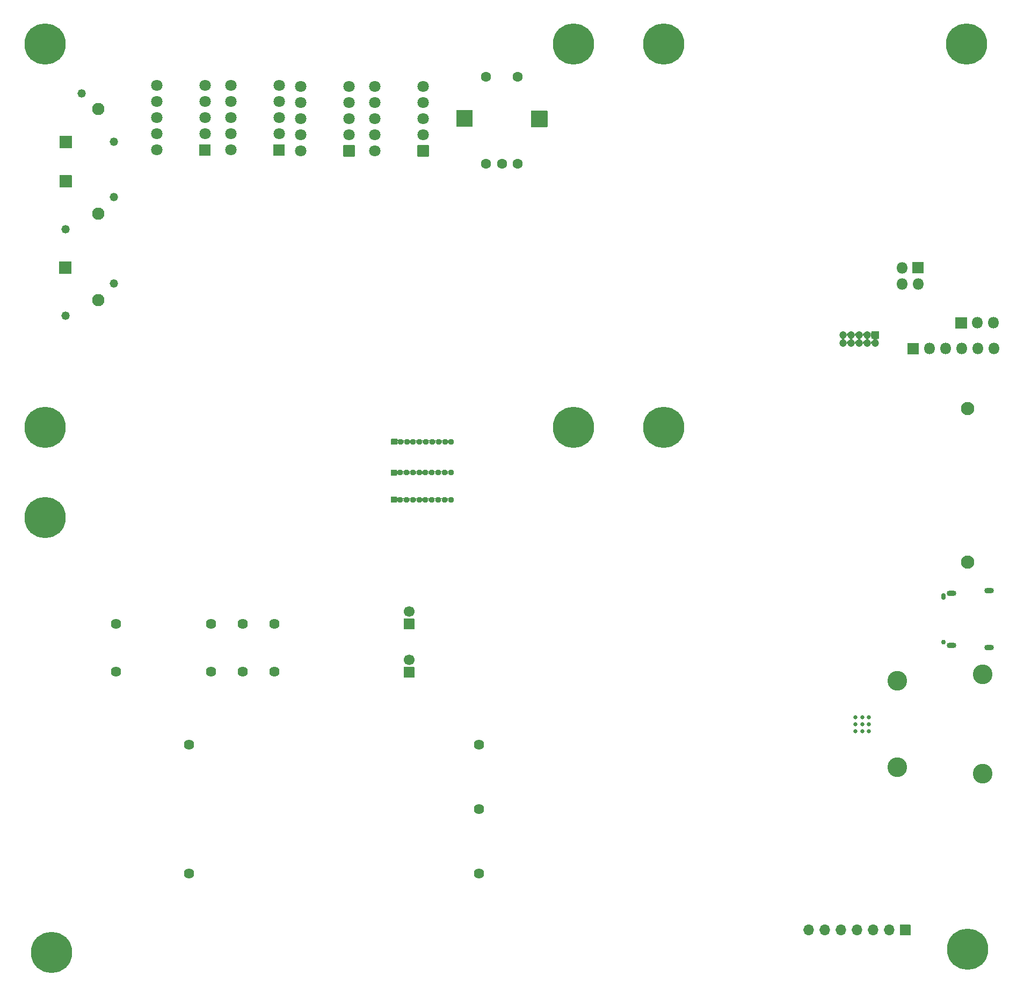
<source format=gbr>
%TF.GenerationSoftware,KiCad,Pcbnew,(5.1.7)-1*%
%TF.CreationDate,2020-10-22T13:49:28-07:00*%
%TF.ProjectId,ReflowOven,5265666c-6f77-44f7-9665-6e2e6b696361,rev?*%
%TF.SameCoordinates,Original*%
%TF.FileFunction,Soldermask,Bot*%
%TF.FilePolarity,Negative*%
%FSLAX46Y46*%
G04 Gerber Fmt 4.6, Leading zero omitted, Abs format (unit mm)*
G04 Created by KiCad (PCBNEW (5.1.7)-1) date 2020-10-22 13:49:28*
%MOMM*%
%LPD*%
G01*
G04 APERTURE LIST*
%ADD10C,1.950000*%
%ADD11C,1.320000*%
%ADD12C,1.200000*%
%ADD13C,3.100000*%
%ADD14C,1.800000*%
%ADD15C,1.624000*%
%ADD16O,1.800000X1.800000*%
%ADD17O,0.950000X0.950000*%
%ADD18C,2.100000*%
%ADD19C,0.900000*%
%ADD20C,6.500000*%
%ADD21C,0.641666*%
%ADD22C,1.598600*%
%ADD23O,1.700000X1.700000*%
%ADD24C,0.750000*%
%ADD25O,0.750000X1.050000*%
%ADD26O,1.500000X0.900000*%
%ADD27C,1.700000*%
%ADD28C,0.100000*%
G04 APERTURE END LIST*
%TO.C,SW403*%
G36*
G01*
X25602323Y-67909819D02*
X25602323Y-66059819D01*
G75*
G02*
X25652323Y-66009819I50000J0D01*
G01*
X27502323Y-66009819D01*
G75*
G02*
X27552323Y-66059819I0J-50000D01*
G01*
X27552323Y-67909819D01*
G75*
G02*
X27502323Y-67959819I-50000J0D01*
G01*
X25652323Y-67959819D01*
G75*
G02*
X25602323Y-67909819I0J50000D01*
G01*
G37*
D10*
X31737323Y-72064819D03*
D11*
X34197323Y-69444819D03*
X26577323Y-74524819D03*
%TD*%
%TO.C,SW402*%
G36*
G01*
X25655000Y-54305000D02*
X25655000Y-52455000D01*
G75*
G02*
X25705000Y-52405000I50000J0D01*
G01*
X27555000Y-52405000D01*
G75*
G02*
X27605000Y-52455000I0J-50000D01*
G01*
X27605000Y-54305000D01*
G75*
G02*
X27555000Y-54355000I-50000J0D01*
G01*
X25705000Y-54355000D01*
G75*
G02*
X25655000Y-54305000I0J50000D01*
G01*
G37*
D10*
X31790000Y-58460000D03*
D11*
X34250000Y-55840000D03*
X26630000Y-60920000D03*
%TD*%
%TO.C,SW401*%
G36*
G01*
X27582323Y-48136766D02*
X25732323Y-48136766D01*
G75*
G02*
X25682323Y-48086766I0J50000D01*
G01*
X25682323Y-46236766D01*
G75*
G02*
X25732323Y-46186766I50000J0D01*
G01*
X27582323Y-46186766D01*
G75*
G02*
X27632323Y-46236766I0J-50000D01*
G01*
X27632323Y-48086766D01*
G75*
G02*
X27582323Y-48136766I-50000J0D01*
G01*
G37*
D10*
X31737323Y-42001766D03*
D11*
X29117323Y-39541766D03*
X34197323Y-47161766D03*
%TD*%
%TO.C,J201*%
G36*
G01*
X154905000Y-77047000D02*
X154905000Y-78147000D01*
G75*
G02*
X154855000Y-78197000I-50000J0D01*
G01*
X153755000Y-78197000D01*
G75*
G02*
X153705000Y-78147000I0J50000D01*
G01*
X153705000Y-77047000D01*
G75*
G02*
X153755000Y-76997000I50000J0D01*
G01*
X154855000Y-76997000D01*
G75*
G02*
X154905000Y-77047000I0J-50000D01*
G01*
G37*
D12*
X154305000Y-78867000D03*
X153035000Y-77597000D03*
X153035000Y-78867000D03*
X151765000Y-77597000D03*
X151765000Y-78867000D03*
X150495000Y-77597000D03*
X150495000Y-78867000D03*
X149225000Y-77597000D03*
X149225000Y-78867000D03*
%TD*%
D13*
%TO.C,J601*%
X171234000Y-131096000D03*
X171234000Y-146796000D03*
X157734000Y-132096000D03*
X157734000Y-145796000D03*
%TD*%
D14*
%TO.C,SEG304*%
X75374000Y-40941000D03*
X75374000Y-38401000D03*
X82994000Y-40941000D03*
X82994000Y-43481000D03*
X75374000Y-46021000D03*
X82994000Y-38401000D03*
X82994000Y-46021000D03*
X75374000Y-43481000D03*
X75374000Y-48561000D03*
G36*
G01*
X83894000Y-47711000D02*
X83894000Y-49411000D01*
G75*
G02*
X83844000Y-49461000I-50000J0D01*
G01*
X82144000Y-49461000D01*
G75*
G02*
X82094000Y-49411000I0J50000D01*
G01*
X82094000Y-47711000D01*
G75*
G02*
X82144000Y-47661000I50000J0D01*
G01*
X83844000Y-47661000D01*
G75*
G02*
X83894000Y-47711000I0J-50000D01*
G01*
G37*
%TD*%
%TO.C,SEG302*%
X52641000Y-40814000D03*
X52641000Y-38274000D03*
X60261000Y-40814000D03*
X60261000Y-43354000D03*
X52641000Y-45894000D03*
X60261000Y-38274000D03*
X60261000Y-45894000D03*
X52641000Y-43354000D03*
X52641000Y-48434000D03*
G36*
G01*
X61161000Y-47584000D02*
X61161000Y-49284000D01*
G75*
G02*
X61111000Y-49334000I-50000J0D01*
G01*
X59411000Y-49334000D01*
G75*
G02*
X59361000Y-49284000I0J50000D01*
G01*
X59361000Y-47584000D01*
G75*
G02*
X59411000Y-47534000I50000J0D01*
G01*
X61111000Y-47534000D01*
G75*
G02*
X61161000Y-47584000I0J-50000D01*
G01*
G37*
%TD*%
%TO.C,SEG301*%
X63690000Y-40941000D03*
X63690000Y-38401000D03*
X71310000Y-40941000D03*
X71310000Y-43481000D03*
X63690000Y-46021000D03*
X71310000Y-38401000D03*
X71310000Y-46021000D03*
X63690000Y-43481000D03*
X63690000Y-48561000D03*
G36*
G01*
X72210000Y-47711000D02*
X72210000Y-49411000D01*
G75*
G02*
X72160000Y-49461000I-50000J0D01*
G01*
X70460000Y-49461000D01*
G75*
G02*
X70410000Y-49411000I0J50000D01*
G01*
X70410000Y-47711000D01*
G75*
G02*
X70460000Y-47661000I50000J0D01*
G01*
X72160000Y-47661000D01*
G75*
G02*
X72210000Y-47711000I0J-50000D01*
G01*
G37*
%TD*%
%TO.C,SEG303*%
X40957000Y-40814000D03*
X40957000Y-38274000D03*
X48577000Y-40814000D03*
X48577000Y-43354000D03*
X40957000Y-45894000D03*
X48577000Y-38274000D03*
X48577000Y-45894000D03*
X40957000Y-43354000D03*
X40957000Y-48434000D03*
G36*
G01*
X49477000Y-47584000D02*
X49477000Y-49284000D01*
G75*
G02*
X49427000Y-49334000I-50000J0D01*
G01*
X47727000Y-49334000D01*
G75*
G02*
X47677000Y-49284000I0J50000D01*
G01*
X47677000Y-47584000D01*
G75*
G02*
X47727000Y-47534000I50000J0D01*
G01*
X49427000Y-47534000D01*
G75*
G02*
X49477000Y-47584000I0J-50000D01*
G01*
G37*
%TD*%
D15*
%TO.C,K501*%
X59544000Y-130690000D03*
X59544000Y-123190000D03*
X54544000Y-130690000D03*
X54544000Y-123190000D03*
X49544000Y-123190000D03*
X49544000Y-130690000D03*
X34544000Y-130690000D03*
X34544000Y-123190000D03*
%TD*%
%TO.C,P501*%
X91821000Y-142240000D03*
X91821000Y-152400000D03*
X91821000Y-162560000D03*
X46101000Y-162560000D03*
X46101000Y-142240000D03*
%TD*%
D16*
%TO.C,J703*%
X172974000Y-79756000D03*
X170434000Y-79756000D03*
X167894000Y-79756000D03*
X165354000Y-79756000D03*
X162814000Y-79756000D03*
G36*
G01*
X161124000Y-80656000D02*
X159424000Y-80656000D01*
G75*
G02*
X159374000Y-80606000I0J50000D01*
G01*
X159374000Y-78906000D01*
G75*
G02*
X159424000Y-78856000I50000J0D01*
G01*
X161124000Y-78856000D01*
G75*
G02*
X161174000Y-78906000I0J-50000D01*
G01*
X161174000Y-80606000D01*
G75*
G02*
X161124000Y-80656000I-50000J0D01*
G01*
G37*
%TD*%
%TO.C,J701*%
X172910500Y-75692000D03*
X170370500Y-75692000D03*
G36*
G01*
X168680500Y-76592000D02*
X166980500Y-76592000D01*
G75*
G02*
X166930500Y-76542000I0J50000D01*
G01*
X166930500Y-74842000D01*
G75*
G02*
X166980500Y-74792000I50000J0D01*
G01*
X168680500Y-74792000D01*
G75*
G02*
X168730500Y-74842000I0J-50000D01*
G01*
X168730500Y-76542000D01*
G75*
G02*
X168680500Y-76592000I-50000J0D01*
G01*
G37*
%TD*%
%TO.C,J702*%
X158496000Y-69532500D03*
X158496000Y-66992500D03*
X161036000Y-69532500D03*
G36*
G01*
X160186000Y-66092500D02*
X161886000Y-66092500D01*
G75*
G02*
X161936000Y-66142500I0J-50000D01*
G01*
X161936000Y-67842500D01*
G75*
G02*
X161886000Y-67892500I-50000J0D01*
G01*
X160186000Y-67892500D01*
G75*
G02*
X160136000Y-67842500I0J50000D01*
G01*
X160136000Y-66142500D01*
G75*
G02*
X160186000Y-66092500I50000J0D01*
G01*
G37*
%TD*%
D17*
%TO.C,REF\u002A\u002A*%
X87359000Y-103568500D03*
X86359000Y-103568500D03*
X85359000Y-103568500D03*
X84359000Y-103568500D03*
X83359000Y-103568500D03*
X82359000Y-103568500D03*
X81359000Y-103568500D03*
X80359000Y-103568500D03*
X79359000Y-103568500D03*
G36*
G01*
X78784000Y-104043500D02*
X77934000Y-104043500D01*
G75*
G02*
X77884000Y-103993500I0J50000D01*
G01*
X77884000Y-103143500D01*
G75*
G02*
X77934000Y-103093500I50000J0D01*
G01*
X78784000Y-103093500D01*
G75*
G02*
X78834000Y-103143500I0J-50000D01*
G01*
X78834000Y-103993500D01*
G75*
G02*
X78784000Y-104043500I-50000J0D01*
G01*
G37*
%TD*%
%TO.C,REF\u002A\u002A*%
X87422500Y-94424500D03*
X86422500Y-94424500D03*
X85422500Y-94424500D03*
X84422500Y-94424500D03*
X83422500Y-94424500D03*
X82422500Y-94424500D03*
X81422500Y-94424500D03*
X80422500Y-94424500D03*
X79422500Y-94424500D03*
G36*
G01*
X78847500Y-94899500D02*
X77997500Y-94899500D01*
G75*
G02*
X77947500Y-94849500I0J50000D01*
G01*
X77947500Y-93999500D01*
G75*
G02*
X77997500Y-93949500I50000J0D01*
G01*
X78847500Y-93949500D01*
G75*
G02*
X78897500Y-93999500I0J-50000D01*
G01*
X78897500Y-94849500D01*
G75*
G02*
X78847500Y-94899500I-50000J0D01*
G01*
G37*
%TD*%
%TO.C,REF\u002A\u002A*%
X87359000Y-99314000D03*
X86359000Y-99314000D03*
X85359000Y-99314000D03*
X84359000Y-99314000D03*
X83359000Y-99314000D03*
X82359000Y-99314000D03*
X81359000Y-99314000D03*
X80359000Y-99314000D03*
X79359000Y-99314000D03*
G36*
G01*
X78784000Y-99789000D02*
X77934000Y-99789000D01*
G75*
G02*
X77884000Y-99739000I0J50000D01*
G01*
X77884000Y-98889000D01*
G75*
G02*
X77934000Y-98839000I50000J0D01*
G01*
X78784000Y-98839000D01*
G75*
G02*
X78834000Y-98889000I0J-50000D01*
G01*
X78834000Y-99739000D01*
G75*
G02*
X78784000Y-99789000I-50000J0D01*
G01*
G37*
%TD*%
D18*
%TO.C,U409*%
X168826000Y-113423000D03*
X168826000Y-89223000D03*
%TD*%
D19*
%TO.C,REF\u002A\u002A*%
X122601056Y-90504944D03*
X120904000Y-89802000D03*
X119206944Y-90504944D03*
X118504000Y-92202000D03*
X119206944Y-93899056D03*
X120904000Y-94602000D03*
X122601056Y-93899056D03*
X123304000Y-92202000D03*
D20*
X120904000Y-92202000D03*
%TD*%
D19*
%TO.C,REF\u002A\u002A*%
X25065056Y-104728944D03*
X23368000Y-104026000D03*
X21670944Y-104728944D03*
X20968000Y-106426000D03*
X21670944Y-108123056D03*
X23368000Y-108826000D03*
X25065056Y-108123056D03*
X25768000Y-106426000D03*
D20*
X23368000Y-106426000D03*
%TD*%
D19*
%TO.C,REF\u002A\u002A*%
X26081056Y-173308944D03*
X24384000Y-172606000D03*
X22686944Y-173308944D03*
X21984000Y-175006000D03*
X22686944Y-176703056D03*
X24384000Y-177406000D03*
X26081056Y-176703056D03*
X26784000Y-175006000D03*
D20*
X24384000Y-175006000D03*
%TD*%
D19*
%TO.C,REF\u002A\u002A*%
X170526112Y-172800944D03*
X168829056Y-172098000D03*
X167132000Y-172800944D03*
X166429056Y-174498000D03*
X167132000Y-176195056D03*
X168829056Y-176898000D03*
X170526112Y-176195056D03*
X171229056Y-174498000D03*
D20*
X168829056Y-174498000D03*
%TD*%
D19*
%TO.C,REF\u002A\u002A*%
X170353056Y-30052944D03*
X168656000Y-29350000D03*
X166958944Y-30052944D03*
X166256000Y-31750000D03*
X166958944Y-33447056D03*
X168656000Y-34150000D03*
X170353056Y-33447056D03*
X171056000Y-31750000D03*
D20*
X168656000Y-31750000D03*
%TD*%
D19*
%TO.C,REF\u002A\u002A*%
X122601056Y-30052944D03*
X120904000Y-29350000D03*
X119206944Y-30052944D03*
X118504000Y-31750000D03*
X119206944Y-33447056D03*
X120904000Y-34150000D03*
X122601056Y-33447056D03*
X123304000Y-31750000D03*
D20*
X120904000Y-31750000D03*
%TD*%
D19*
%TO.C,REF\u002A\u002A*%
X25065056Y-90504944D03*
X23368000Y-89802000D03*
X21670944Y-90504944D03*
X20968000Y-92202000D03*
X21670944Y-93899056D03*
X23368000Y-94602000D03*
X25065056Y-93899056D03*
X25768000Y-92202000D03*
D20*
X23368000Y-92202000D03*
%TD*%
D19*
%TO.C,REF\u002A\u002A*%
X104982944Y-90504944D03*
X104280000Y-92202000D03*
X104982944Y-93899056D03*
X106680000Y-94602000D03*
X108377056Y-93899056D03*
X109080000Y-92202000D03*
X108377056Y-90504944D03*
X106680000Y-89802000D03*
D20*
X106680000Y-92202000D03*
%TD*%
D19*
%TO.C,REF\u002A\u002A*%
X108377056Y-30052944D03*
X106680000Y-29350000D03*
X104982944Y-30052944D03*
X104280000Y-31750000D03*
X104982944Y-33447056D03*
X106680000Y-34150000D03*
X108377056Y-33447056D03*
X109080000Y-31750000D03*
D20*
X106680000Y-31750000D03*
%TD*%
D19*
%TO.C,REF\u002A\u002A*%
X25065056Y-30052944D03*
X23368000Y-29350000D03*
X21670944Y-30052944D03*
X20968000Y-31750000D03*
X21670944Y-33447056D03*
X23368000Y-34150000D03*
X25065056Y-33447056D03*
X25768000Y-31750000D03*
D20*
X23368000Y-31750000D03*
%TD*%
D21*
%TO.C,U601*%
X151130000Y-137922000D03*
X151130000Y-139005333D03*
X151130000Y-140088666D03*
X152213333Y-137922000D03*
X152213333Y-139005333D03*
X152213333Y-140088666D03*
X153296666Y-137922000D03*
X153296666Y-139005333D03*
X153296666Y-140088666D03*
%TD*%
%TO.C,SW404*%
G36*
G01*
X88198892Y-44677304D02*
X88198892Y-42177304D01*
G75*
G02*
X88248892Y-42127304I50000J0D01*
G01*
X90748892Y-42127304D01*
G75*
G02*
X90798892Y-42177304I0J-50000D01*
G01*
X90798892Y-44677304D01*
G75*
G02*
X90748892Y-44727304I-50000J0D01*
G01*
X88248892Y-44727304D01*
G75*
G02*
X88198892Y-44677304I0J50000D01*
G01*
G37*
D22*
X92898892Y-36865304D03*
X97898892Y-36865304D03*
X92898892Y-50615304D03*
X95398892Y-50615304D03*
X97898892Y-50615304D03*
G36*
G01*
X99998892Y-44777304D02*
X99998892Y-42277304D01*
G75*
G02*
X100048892Y-42227304I50000J0D01*
G01*
X102548892Y-42227304D01*
G75*
G02*
X102598892Y-42277304I0J-50000D01*
G01*
X102598892Y-44777304D01*
G75*
G02*
X102548892Y-44827304I-50000J0D01*
G01*
X100048892Y-44827304D01*
G75*
G02*
X99998892Y-44777304I0J50000D01*
G01*
G37*
%TD*%
D23*
%TO.C,RN201*%
X143764000Y-171450000D03*
X146304000Y-171450000D03*
X148844000Y-171450000D03*
X151384000Y-171450000D03*
X153924000Y-171450000D03*
X156464000Y-171450000D03*
G36*
G01*
X159854000Y-170650000D02*
X159854000Y-172250000D01*
G75*
G02*
X159804000Y-172300000I-50000J0D01*
G01*
X158204000Y-172300000D01*
G75*
G02*
X158154000Y-172250000I0J50000D01*
G01*
X158154000Y-170650000D01*
G75*
G02*
X158204000Y-170600000I50000J0D01*
G01*
X159804000Y-170600000D01*
G75*
G02*
X159854000Y-170650000I0J-50000D01*
G01*
G37*
%TD*%
D24*
%TO.C,J704*%
X165058000Y-126028000D03*
D25*
X165058000Y-118828000D03*
D26*
X172258000Y-126918000D03*
X172258000Y-117938000D03*
X166308000Y-118298000D03*
X166308000Y-126558000D03*
%TD*%
D27*
%TO.C,C518*%
X80772000Y-128810000D03*
G36*
G01*
X81572000Y-131660000D02*
X79972000Y-131660000D01*
G75*
G02*
X79922000Y-131610000I0J50000D01*
G01*
X79922000Y-130010000D01*
G75*
G02*
X79972000Y-129960000I50000J0D01*
G01*
X81572000Y-129960000D01*
G75*
G02*
X81622000Y-130010000I0J-50000D01*
G01*
X81622000Y-131610000D01*
G75*
G02*
X81572000Y-131660000I-50000J0D01*
G01*
G37*
%TD*%
%TO.C,C517*%
X80772000Y-121190000D03*
G36*
G01*
X81572000Y-124040000D02*
X79972000Y-124040000D01*
G75*
G02*
X79922000Y-123990000I0J50000D01*
G01*
X79922000Y-122390000D01*
G75*
G02*
X79972000Y-122340000I50000J0D01*
G01*
X81572000Y-122340000D01*
G75*
G02*
X81622000Y-122390000I0J-50000D01*
G01*
X81622000Y-123990000D01*
G75*
G02*
X81572000Y-124040000I-50000J0D01*
G01*
G37*
%TD*%
D28*
G36*
X78835990Y-103184049D02*
G01*
X78837891Y-103203359D01*
X78843469Y-103221744D01*
X78852524Y-103238685D01*
X78864710Y-103253534D01*
X78879559Y-103265720D01*
X78896500Y-103274775D01*
X78914885Y-103280353D01*
X78933999Y-103282235D01*
X78953113Y-103280353D01*
X78971498Y-103274775D01*
X78988439Y-103265720D01*
X78999643Y-103256525D01*
X79001617Y-103256199D01*
X79002885Y-103257745D01*
X79002326Y-103259485D01*
X78993374Y-103268437D01*
X78941860Y-103345534D01*
X78906377Y-103431197D01*
X78888287Y-103522141D01*
X78888287Y-103614859D01*
X78906377Y-103705803D01*
X78941860Y-103791466D01*
X78993374Y-103868563D01*
X79002326Y-103877515D01*
X79002844Y-103879447D01*
X79001430Y-103880861D01*
X78999643Y-103880475D01*
X78988439Y-103871280D01*
X78971498Y-103862225D01*
X78953113Y-103856647D01*
X78933999Y-103854765D01*
X78914885Y-103856647D01*
X78896500Y-103862225D01*
X78879559Y-103871280D01*
X78864710Y-103883466D01*
X78852524Y-103898315D01*
X78843469Y-103915256D01*
X78837891Y-103933641D01*
X78835990Y-103952951D01*
X78834825Y-103954577D01*
X78832835Y-103954381D01*
X78832000Y-103952755D01*
X78832000Y-103184245D01*
X78833000Y-103182513D01*
X78835000Y-103182513D01*
X78835990Y-103184049D01*
G37*
G36*
X84779705Y-103343911D02*
G01*
X84789711Y-103356104D01*
X84804560Y-103368290D01*
X84821501Y-103377345D01*
X84839886Y-103382923D01*
X84859000Y-103384805D01*
X84878114Y-103382922D01*
X84896499Y-103377345D01*
X84913441Y-103368290D01*
X84928289Y-103356104D01*
X84938295Y-103343911D01*
X84940167Y-103343207D01*
X84941713Y-103344475D01*
X84941689Y-103345945D01*
X84906377Y-103431197D01*
X84888287Y-103522141D01*
X84888287Y-103614859D01*
X84906377Y-103705803D01*
X84941689Y-103791055D01*
X84941428Y-103793038D01*
X84939580Y-103793803D01*
X84938295Y-103793089D01*
X84928289Y-103780896D01*
X84913440Y-103768710D01*
X84896499Y-103759655D01*
X84878114Y-103754077D01*
X84859000Y-103752195D01*
X84839886Y-103754078D01*
X84821501Y-103759655D01*
X84804559Y-103768710D01*
X84789711Y-103780896D01*
X84779705Y-103793089D01*
X84777833Y-103793793D01*
X84776287Y-103792525D01*
X84776311Y-103791055D01*
X84811623Y-103705803D01*
X84829713Y-103614859D01*
X84829713Y-103522141D01*
X84811623Y-103431197D01*
X84776311Y-103345945D01*
X84776572Y-103343962D01*
X84778420Y-103343197D01*
X84779705Y-103343911D01*
G37*
G36*
X81779705Y-103343911D02*
G01*
X81789711Y-103356104D01*
X81804560Y-103368290D01*
X81821501Y-103377345D01*
X81839886Y-103382923D01*
X81859000Y-103384805D01*
X81878114Y-103382922D01*
X81896499Y-103377345D01*
X81913441Y-103368290D01*
X81928289Y-103356104D01*
X81938295Y-103343911D01*
X81940167Y-103343207D01*
X81941713Y-103344475D01*
X81941689Y-103345945D01*
X81906377Y-103431197D01*
X81888287Y-103522141D01*
X81888287Y-103614859D01*
X81906377Y-103705803D01*
X81941689Y-103791055D01*
X81941428Y-103793038D01*
X81939580Y-103793803D01*
X81938295Y-103793089D01*
X81928289Y-103780896D01*
X81913440Y-103768710D01*
X81896499Y-103759655D01*
X81878114Y-103754077D01*
X81859000Y-103752195D01*
X81839886Y-103754078D01*
X81821501Y-103759655D01*
X81804559Y-103768710D01*
X81789711Y-103780896D01*
X81779705Y-103793089D01*
X81777833Y-103793793D01*
X81776287Y-103792525D01*
X81776311Y-103791055D01*
X81811623Y-103705803D01*
X81829713Y-103614859D01*
X81829713Y-103522141D01*
X81811623Y-103431197D01*
X81776311Y-103345945D01*
X81776572Y-103343962D01*
X81778420Y-103343197D01*
X81779705Y-103343911D01*
G37*
G36*
X83779705Y-103343911D02*
G01*
X83789711Y-103356104D01*
X83804560Y-103368290D01*
X83821501Y-103377345D01*
X83839886Y-103382923D01*
X83859000Y-103384805D01*
X83878114Y-103382922D01*
X83896499Y-103377345D01*
X83913441Y-103368290D01*
X83928289Y-103356104D01*
X83938295Y-103343911D01*
X83940167Y-103343207D01*
X83941713Y-103344475D01*
X83941689Y-103345945D01*
X83906377Y-103431197D01*
X83888287Y-103522141D01*
X83888287Y-103614859D01*
X83906377Y-103705803D01*
X83941689Y-103791055D01*
X83941428Y-103793038D01*
X83939580Y-103793803D01*
X83938295Y-103793089D01*
X83928289Y-103780896D01*
X83913440Y-103768710D01*
X83896499Y-103759655D01*
X83878114Y-103754077D01*
X83859000Y-103752195D01*
X83839886Y-103754078D01*
X83821501Y-103759655D01*
X83804559Y-103768710D01*
X83789711Y-103780896D01*
X83779705Y-103793089D01*
X83777833Y-103793793D01*
X83776287Y-103792525D01*
X83776311Y-103791055D01*
X83811623Y-103705803D01*
X83829713Y-103614859D01*
X83829713Y-103522141D01*
X83811623Y-103431197D01*
X83776311Y-103345945D01*
X83776572Y-103343962D01*
X83778420Y-103343197D01*
X83779705Y-103343911D01*
G37*
G36*
X86779705Y-103343911D02*
G01*
X86789711Y-103356104D01*
X86804560Y-103368290D01*
X86821501Y-103377345D01*
X86839886Y-103382923D01*
X86859000Y-103384805D01*
X86878114Y-103382922D01*
X86896499Y-103377345D01*
X86913441Y-103368290D01*
X86928289Y-103356104D01*
X86938295Y-103343911D01*
X86940167Y-103343207D01*
X86941713Y-103344475D01*
X86941689Y-103345945D01*
X86906377Y-103431197D01*
X86888287Y-103522141D01*
X86888287Y-103614859D01*
X86906377Y-103705803D01*
X86941689Y-103791055D01*
X86941428Y-103793038D01*
X86939580Y-103793803D01*
X86938295Y-103793089D01*
X86928289Y-103780896D01*
X86913440Y-103768710D01*
X86896499Y-103759655D01*
X86878114Y-103754077D01*
X86859000Y-103752195D01*
X86839886Y-103754078D01*
X86821501Y-103759655D01*
X86804559Y-103768710D01*
X86789711Y-103780896D01*
X86779705Y-103793089D01*
X86777833Y-103793793D01*
X86776287Y-103792525D01*
X86776311Y-103791055D01*
X86811623Y-103705803D01*
X86829713Y-103614859D01*
X86829713Y-103522141D01*
X86811623Y-103431197D01*
X86776311Y-103345945D01*
X86776572Y-103343962D01*
X86778420Y-103343197D01*
X86779705Y-103343911D01*
G37*
G36*
X82779705Y-103343911D02*
G01*
X82789711Y-103356104D01*
X82804560Y-103368290D01*
X82821501Y-103377345D01*
X82839886Y-103382923D01*
X82859000Y-103384805D01*
X82878114Y-103382922D01*
X82896499Y-103377345D01*
X82913441Y-103368290D01*
X82928289Y-103356104D01*
X82938295Y-103343911D01*
X82940167Y-103343207D01*
X82941713Y-103344475D01*
X82941689Y-103345945D01*
X82906377Y-103431197D01*
X82888287Y-103522141D01*
X82888287Y-103614859D01*
X82906377Y-103705803D01*
X82941689Y-103791055D01*
X82941428Y-103793038D01*
X82939580Y-103793803D01*
X82938295Y-103793089D01*
X82928289Y-103780896D01*
X82913440Y-103768710D01*
X82896499Y-103759655D01*
X82878114Y-103754077D01*
X82859000Y-103752195D01*
X82839886Y-103754078D01*
X82821501Y-103759655D01*
X82804559Y-103768710D01*
X82789711Y-103780896D01*
X82779705Y-103793089D01*
X82777833Y-103793793D01*
X82776287Y-103792525D01*
X82776311Y-103791055D01*
X82811623Y-103705803D01*
X82829713Y-103614859D01*
X82829713Y-103522141D01*
X82811623Y-103431197D01*
X82776311Y-103345945D01*
X82776572Y-103343962D01*
X82778420Y-103343197D01*
X82779705Y-103343911D01*
G37*
G36*
X79779705Y-103343911D02*
G01*
X79789711Y-103356104D01*
X79804560Y-103368290D01*
X79821501Y-103377345D01*
X79839886Y-103382923D01*
X79859000Y-103384805D01*
X79878114Y-103382922D01*
X79896499Y-103377345D01*
X79913441Y-103368290D01*
X79928289Y-103356104D01*
X79938295Y-103343911D01*
X79940167Y-103343207D01*
X79941713Y-103344475D01*
X79941689Y-103345945D01*
X79906377Y-103431197D01*
X79888287Y-103522141D01*
X79888287Y-103614859D01*
X79906377Y-103705803D01*
X79941689Y-103791055D01*
X79941428Y-103793038D01*
X79939580Y-103793803D01*
X79938295Y-103793089D01*
X79928289Y-103780896D01*
X79913440Y-103768710D01*
X79896499Y-103759655D01*
X79878114Y-103754077D01*
X79859000Y-103752195D01*
X79839886Y-103754078D01*
X79821501Y-103759655D01*
X79804559Y-103768710D01*
X79789711Y-103780896D01*
X79779705Y-103793089D01*
X79777833Y-103793793D01*
X79776287Y-103792525D01*
X79776311Y-103791055D01*
X79811623Y-103705803D01*
X79829713Y-103614859D01*
X79829713Y-103522141D01*
X79811623Y-103431197D01*
X79776311Y-103345945D01*
X79776572Y-103343962D01*
X79778420Y-103343197D01*
X79779705Y-103343911D01*
G37*
G36*
X85779705Y-103343911D02*
G01*
X85789711Y-103356104D01*
X85804560Y-103368290D01*
X85821501Y-103377345D01*
X85839886Y-103382923D01*
X85859000Y-103384805D01*
X85878114Y-103382922D01*
X85896499Y-103377345D01*
X85913441Y-103368290D01*
X85928289Y-103356104D01*
X85938295Y-103343911D01*
X85940167Y-103343207D01*
X85941713Y-103344475D01*
X85941689Y-103345945D01*
X85906377Y-103431197D01*
X85888287Y-103522141D01*
X85888287Y-103614859D01*
X85906377Y-103705803D01*
X85941689Y-103791055D01*
X85941428Y-103793038D01*
X85939580Y-103793803D01*
X85938295Y-103793089D01*
X85928289Y-103780896D01*
X85913440Y-103768710D01*
X85896499Y-103759655D01*
X85878114Y-103754077D01*
X85859000Y-103752195D01*
X85839886Y-103754078D01*
X85821501Y-103759655D01*
X85804559Y-103768710D01*
X85789711Y-103780896D01*
X85779705Y-103793089D01*
X85777833Y-103793793D01*
X85776287Y-103792525D01*
X85776311Y-103791055D01*
X85811623Y-103705803D01*
X85829713Y-103614859D01*
X85829713Y-103522141D01*
X85811623Y-103431197D01*
X85776311Y-103345945D01*
X85776572Y-103343962D01*
X85778420Y-103343197D01*
X85779705Y-103343911D01*
G37*
G36*
X80779705Y-103343911D02*
G01*
X80789711Y-103356104D01*
X80804560Y-103368290D01*
X80821501Y-103377345D01*
X80839886Y-103382923D01*
X80859000Y-103384805D01*
X80878114Y-103382922D01*
X80896499Y-103377345D01*
X80913441Y-103368290D01*
X80928289Y-103356104D01*
X80938295Y-103343911D01*
X80940167Y-103343207D01*
X80941713Y-103344475D01*
X80941689Y-103345945D01*
X80906377Y-103431197D01*
X80888287Y-103522141D01*
X80888287Y-103614859D01*
X80906377Y-103705803D01*
X80941689Y-103791055D01*
X80941428Y-103793038D01*
X80939580Y-103793803D01*
X80938295Y-103793089D01*
X80928289Y-103780896D01*
X80913440Y-103768710D01*
X80896499Y-103759655D01*
X80878114Y-103754077D01*
X80859000Y-103752195D01*
X80839886Y-103754078D01*
X80821501Y-103759655D01*
X80804559Y-103768710D01*
X80789711Y-103780896D01*
X80779705Y-103793089D01*
X80777833Y-103793793D01*
X80776287Y-103792525D01*
X80776311Y-103791055D01*
X80811623Y-103705803D01*
X80829713Y-103614859D01*
X80829713Y-103522141D01*
X80811623Y-103431197D01*
X80776311Y-103345945D01*
X80776572Y-103343962D01*
X80778420Y-103343197D01*
X80779705Y-103343911D01*
G37*
G36*
X78835990Y-98929549D02*
G01*
X78837891Y-98948859D01*
X78843469Y-98967244D01*
X78852524Y-98984185D01*
X78864710Y-98999034D01*
X78879559Y-99011220D01*
X78896500Y-99020275D01*
X78914885Y-99025853D01*
X78933999Y-99027735D01*
X78953113Y-99025853D01*
X78971498Y-99020275D01*
X78988439Y-99011220D01*
X78999643Y-99002025D01*
X79001617Y-99001699D01*
X79002885Y-99003245D01*
X79002326Y-99004985D01*
X78993374Y-99013937D01*
X78941860Y-99091034D01*
X78906377Y-99176697D01*
X78888287Y-99267641D01*
X78888287Y-99360359D01*
X78906377Y-99451303D01*
X78941860Y-99536966D01*
X78993374Y-99614063D01*
X79002326Y-99623015D01*
X79002844Y-99624947D01*
X79001430Y-99626361D01*
X78999643Y-99625975D01*
X78988439Y-99616780D01*
X78971498Y-99607725D01*
X78953113Y-99602147D01*
X78933999Y-99600265D01*
X78914885Y-99602147D01*
X78896500Y-99607725D01*
X78879559Y-99616780D01*
X78864710Y-99628966D01*
X78852524Y-99643815D01*
X78843469Y-99660756D01*
X78837891Y-99679141D01*
X78835990Y-99698451D01*
X78834825Y-99700077D01*
X78832835Y-99699881D01*
X78832000Y-99698255D01*
X78832000Y-98929745D01*
X78833000Y-98928013D01*
X78835000Y-98928013D01*
X78835990Y-98929549D01*
G37*
G36*
X80779705Y-99089411D02*
G01*
X80789711Y-99101604D01*
X80804560Y-99113790D01*
X80821501Y-99122845D01*
X80839886Y-99128423D01*
X80859000Y-99130305D01*
X80878114Y-99128422D01*
X80896499Y-99122845D01*
X80913441Y-99113790D01*
X80928289Y-99101604D01*
X80938295Y-99089411D01*
X80940167Y-99088707D01*
X80941713Y-99089975D01*
X80941689Y-99091445D01*
X80906377Y-99176697D01*
X80888287Y-99267641D01*
X80888287Y-99360359D01*
X80906377Y-99451303D01*
X80941689Y-99536555D01*
X80941428Y-99538538D01*
X80939580Y-99539303D01*
X80938295Y-99538589D01*
X80928289Y-99526396D01*
X80913440Y-99514210D01*
X80896499Y-99505155D01*
X80878114Y-99499577D01*
X80859000Y-99497695D01*
X80839886Y-99499578D01*
X80821501Y-99505155D01*
X80804559Y-99514210D01*
X80789711Y-99526396D01*
X80779705Y-99538589D01*
X80777833Y-99539293D01*
X80776287Y-99538025D01*
X80776311Y-99536555D01*
X80811623Y-99451303D01*
X80829713Y-99360359D01*
X80829713Y-99267641D01*
X80811623Y-99176697D01*
X80776311Y-99091445D01*
X80776572Y-99089462D01*
X80778420Y-99088697D01*
X80779705Y-99089411D01*
G37*
G36*
X79779705Y-99089411D02*
G01*
X79789711Y-99101604D01*
X79804560Y-99113790D01*
X79821501Y-99122845D01*
X79839886Y-99128423D01*
X79859000Y-99130305D01*
X79878114Y-99128422D01*
X79896499Y-99122845D01*
X79913441Y-99113790D01*
X79928289Y-99101604D01*
X79938295Y-99089411D01*
X79940167Y-99088707D01*
X79941713Y-99089975D01*
X79941689Y-99091445D01*
X79906377Y-99176697D01*
X79888287Y-99267641D01*
X79888287Y-99360359D01*
X79906377Y-99451303D01*
X79941689Y-99536555D01*
X79941428Y-99538538D01*
X79939580Y-99539303D01*
X79938295Y-99538589D01*
X79928289Y-99526396D01*
X79913440Y-99514210D01*
X79896499Y-99505155D01*
X79878114Y-99499577D01*
X79859000Y-99497695D01*
X79839886Y-99499578D01*
X79821501Y-99505155D01*
X79804559Y-99514210D01*
X79789711Y-99526396D01*
X79779705Y-99538589D01*
X79777833Y-99539293D01*
X79776287Y-99538025D01*
X79776311Y-99536555D01*
X79811623Y-99451303D01*
X79829713Y-99360359D01*
X79829713Y-99267641D01*
X79811623Y-99176697D01*
X79776311Y-99091445D01*
X79776572Y-99089462D01*
X79778420Y-99088697D01*
X79779705Y-99089411D01*
G37*
G36*
X86779705Y-99089411D02*
G01*
X86789711Y-99101604D01*
X86804560Y-99113790D01*
X86821501Y-99122845D01*
X86839886Y-99128423D01*
X86859000Y-99130305D01*
X86878114Y-99128422D01*
X86896499Y-99122845D01*
X86913441Y-99113790D01*
X86928289Y-99101604D01*
X86938295Y-99089411D01*
X86940167Y-99088707D01*
X86941713Y-99089975D01*
X86941689Y-99091445D01*
X86906377Y-99176697D01*
X86888287Y-99267641D01*
X86888287Y-99360359D01*
X86906377Y-99451303D01*
X86941689Y-99536555D01*
X86941428Y-99538538D01*
X86939580Y-99539303D01*
X86938295Y-99538589D01*
X86928289Y-99526396D01*
X86913440Y-99514210D01*
X86896499Y-99505155D01*
X86878114Y-99499577D01*
X86859000Y-99497695D01*
X86839886Y-99499578D01*
X86821501Y-99505155D01*
X86804559Y-99514210D01*
X86789711Y-99526396D01*
X86779705Y-99538589D01*
X86777833Y-99539293D01*
X86776287Y-99538025D01*
X86776311Y-99536555D01*
X86811623Y-99451303D01*
X86829713Y-99360359D01*
X86829713Y-99267641D01*
X86811623Y-99176697D01*
X86776311Y-99091445D01*
X86776572Y-99089462D01*
X86778420Y-99088697D01*
X86779705Y-99089411D01*
G37*
G36*
X85779705Y-99089411D02*
G01*
X85789711Y-99101604D01*
X85804560Y-99113790D01*
X85821501Y-99122845D01*
X85839886Y-99128423D01*
X85859000Y-99130305D01*
X85878114Y-99128422D01*
X85896499Y-99122845D01*
X85913441Y-99113790D01*
X85928289Y-99101604D01*
X85938295Y-99089411D01*
X85940167Y-99088707D01*
X85941713Y-99089975D01*
X85941689Y-99091445D01*
X85906377Y-99176697D01*
X85888287Y-99267641D01*
X85888287Y-99360359D01*
X85906377Y-99451303D01*
X85941689Y-99536555D01*
X85941428Y-99538538D01*
X85939580Y-99539303D01*
X85938295Y-99538589D01*
X85928289Y-99526396D01*
X85913440Y-99514210D01*
X85896499Y-99505155D01*
X85878114Y-99499577D01*
X85859000Y-99497695D01*
X85839886Y-99499578D01*
X85821501Y-99505155D01*
X85804559Y-99514210D01*
X85789711Y-99526396D01*
X85779705Y-99538589D01*
X85777833Y-99539293D01*
X85776287Y-99538025D01*
X85776311Y-99536555D01*
X85811623Y-99451303D01*
X85829713Y-99360359D01*
X85829713Y-99267641D01*
X85811623Y-99176697D01*
X85776311Y-99091445D01*
X85776572Y-99089462D01*
X85778420Y-99088697D01*
X85779705Y-99089411D01*
G37*
G36*
X84779705Y-99089411D02*
G01*
X84789711Y-99101604D01*
X84804560Y-99113790D01*
X84821501Y-99122845D01*
X84839886Y-99128423D01*
X84859000Y-99130305D01*
X84878114Y-99128422D01*
X84896499Y-99122845D01*
X84913441Y-99113790D01*
X84928289Y-99101604D01*
X84938295Y-99089411D01*
X84940167Y-99088707D01*
X84941713Y-99089975D01*
X84941689Y-99091445D01*
X84906377Y-99176697D01*
X84888287Y-99267641D01*
X84888287Y-99360359D01*
X84906377Y-99451303D01*
X84941689Y-99536555D01*
X84941428Y-99538538D01*
X84939580Y-99539303D01*
X84938295Y-99538589D01*
X84928289Y-99526396D01*
X84913440Y-99514210D01*
X84896499Y-99505155D01*
X84878114Y-99499577D01*
X84859000Y-99497695D01*
X84839886Y-99499578D01*
X84821501Y-99505155D01*
X84804559Y-99514210D01*
X84789711Y-99526396D01*
X84779705Y-99538589D01*
X84777833Y-99539293D01*
X84776287Y-99538025D01*
X84776311Y-99536555D01*
X84811623Y-99451303D01*
X84829713Y-99360359D01*
X84829713Y-99267641D01*
X84811623Y-99176697D01*
X84776311Y-99091445D01*
X84776572Y-99089462D01*
X84778420Y-99088697D01*
X84779705Y-99089411D01*
G37*
G36*
X82779705Y-99089411D02*
G01*
X82789711Y-99101604D01*
X82804560Y-99113790D01*
X82821501Y-99122845D01*
X82839886Y-99128423D01*
X82859000Y-99130305D01*
X82878114Y-99128422D01*
X82896499Y-99122845D01*
X82913441Y-99113790D01*
X82928289Y-99101604D01*
X82938295Y-99089411D01*
X82940167Y-99088707D01*
X82941713Y-99089975D01*
X82941689Y-99091445D01*
X82906377Y-99176697D01*
X82888287Y-99267641D01*
X82888287Y-99360359D01*
X82906377Y-99451303D01*
X82941689Y-99536555D01*
X82941428Y-99538538D01*
X82939580Y-99539303D01*
X82938295Y-99538589D01*
X82928289Y-99526396D01*
X82913440Y-99514210D01*
X82896499Y-99505155D01*
X82878114Y-99499577D01*
X82859000Y-99497695D01*
X82839886Y-99499578D01*
X82821501Y-99505155D01*
X82804559Y-99514210D01*
X82789711Y-99526396D01*
X82779705Y-99538589D01*
X82777833Y-99539293D01*
X82776287Y-99538025D01*
X82776311Y-99536555D01*
X82811623Y-99451303D01*
X82829713Y-99360359D01*
X82829713Y-99267641D01*
X82811623Y-99176697D01*
X82776311Y-99091445D01*
X82776572Y-99089462D01*
X82778420Y-99088697D01*
X82779705Y-99089411D01*
G37*
G36*
X83779705Y-99089411D02*
G01*
X83789711Y-99101604D01*
X83804560Y-99113790D01*
X83821501Y-99122845D01*
X83839886Y-99128423D01*
X83859000Y-99130305D01*
X83878114Y-99128422D01*
X83896499Y-99122845D01*
X83913441Y-99113790D01*
X83928289Y-99101604D01*
X83938295Y-99089411D01*
X83940167Y-99088707D01*
X83941713Y-99089975D01*
X83941689Y-99091445D01*
X83906377Y-99176697D01*
X83888287Y-99267641D01*
X83888287Y-99360359D01*
X83906377Y-99451303D01*
X83941689Y-99536555D01*
X83941428Y-99538538D01*
X83939580Y-99539303D01*
X83938295Y-99538589D01*
X83928289Y-99526396D01*
X83913440Y-99514210D01*
X83896499Y-99505155D01*
X83878114Y-99499577D01*
X83859000Y-99497695D01*
X83839886Y-99499578D01*
X83821501Y-99505155D01*
X83804559Y-99514210D01*
X83789711Y-99526396D01*
X83779705Y-99538589D01*
X83777833Y-99539293D01*
X83776287Y-99538025D01*
X83776311Y-99536555D01*
X83811623Y-99451303D01*
X83829713Y-99360359D01*
X83829713Y-99267641D01*
X83811623Y-99176697D01*
X83776311Y-99091445D01*
X83776572Y-99089462D01*
X83778420Y-99088697D01*
X83779705Y-99089411D01*
G37*
G36*
X81779705Y-99089411D02*
G01*
X81789711Y-99101604D01*
X81804560Y-99113790D01*
X81821501Y-99122845D01*
X81839886Y-99128423D01*
X81859000Y-99130305D01*
X81878114Y-99128422D01*
X81896499Y-99122845D01*
X81913441Y-99113790D01*
X81928289Y-99101604D01*
X81938295Y-99089411D01*
X81940167Y-99088707D01*
X81941713Y-99089975D01*
X81941689Y-99091445D01*
X81906377Y-99176697D01*
X81888287Y-99267641D01*
X81888287Y-99360359D01*
X81906377Y-99451303D01*
X81941689Y-99536555D01*
X81941428Y-99538538D01*
X81939580Y-99539303D01*
X81938295Y-99538589D01*
X81928289Y-99526396D01*
X81913440Y-99514210D01*
X81896499Y-99505155D01*
X81878114Y-99499577D01*
X81859000Y-99497695D01*
X81839886Y-99499578D01*
X81821501Y-99505155D01*
X81804559Y-99514210D01*
X81789711Y-99526396D01*
X81779705Y-99538589D01*
X81777833Y-99539293D01*
X81776287Y-99538025D01*
X81776311Y-99536555D01*
X81811623Y-99451303D01*
X81829713Y-99360359D01*
X81829713Y-99267641D01*
X81811623Y-99176697D01*
X81776311Y-99091445D01*
X81776572Y-99089462D01*
X81778420Y-99088697D01*
X81779705Y-99089411D01*
G37*
G36*
X78899490Y-94040049D02*
G01*
X78901391Y-94059359D01*
X78906969Y-94077744D01*
X78916024Y-94094685D01*
X78928210Y-94109534D01*
X78943059Y-94121720D01*
X78960000Y-94130775D01*
X78978385Y-94136353D01*
X78997499Y-94138235D01*
X79016613Y-94136353D01*
X79034998Y-94130775D01*
X79051939Y-94121720D01*
X79063143Y-94112525D01*
X79065117Y-94112199D01*
X79066385Y-94113745D01*
X79065826Y-94115485D01*
X79056874Y-94124437D01*
X79005360Y-94201534D01*
X78969877Y-94287197D01*
X78951787Y-94378141D01*
X78951787Y-94470859D01*
X78969877Y-94561803D01*
X79005360Y-94647466D01*
X79056874Y-94724563D01*
X79065826Y-94733515D01*
X79066344Y-94735447D01*
X79064930Y-94736861D01*
X79063143Y-94736475D01*
X79051939Y-94727280D01*
X79034998Y-94718225D01*
X79016613Y-94712647D01*
X78997499Y-94710765D01*
X78978385Y-94712647D01*
X78960000Y-94718225D01*
X78943059Y-94727280D01*
X78928210Y-94739466D01*
X78916024Y-94754315D01*
X78906969Y-94771256D01*
X78901391Y-94789641D01*
X78899490Y-94808951D01*
X78898325Y-94810577D01*
X78896335Y-94810381D01*
X78895500Y-94808755D01*
X78895500Y-94040245D01*
X78896500Y-94038513D01*
X78898500Y-94038513D01*
X78899490Y-94040049D01*
G37*
G36*
X80843205Y-94199911D02*
G01*
X80853211Y-94212104D01*
X80868060Y-94224290D01*
X80885001Y-94233345D01*
X80903386Y-94238923D01*
X80922500Y-94240805D01*
X80941614Y-94238922D01*
X80959999Y-94233345D01*
X80976941Y-94224290D01*
X80991789Y-94212104D01*
X81001795Y-94199911D01*
X81003667Y-94199207D01*
X81005213Y-94200475D01*
X81005189Y-94201945D01*
X80969877Y-94287197D01*
X80951787Y-94378141D01*
X80951787Y-94470859D01*
X80969877Y-94561803D01*
X81005189Y-94647055D01*
X81004928Y-94649038D01*
X81003080Y-94649803D01*
X81001795Y-94649089D01*
X80991789Y-94636896D01*
X80976940Y-94624710D01*
X80959999Y-94615655D01*
X80941614Y-94610077D01*
X80922500Y-94608195D01*
X80903386Y-94610078D01*
X80885001Y-94615655D01*
X80868059Y-94624710D01*
X80853211Y-94636896D01*
X80843205Y-94649089D01*
X80841333Y-94649793D01*
X80839787Y-94648525D01*
X80839811Y-94647055D01*
X80875123Y-94561803D01*
X80893213Y-94470859D01*
X80893213Y-94378141D01*
X80875123Y-94287197D01*
X80839811Y-94201945D01*
X80840072Y-94199962D01*
X80841920Y-94199197D01*
X80843205Y-94199911D01*
G37*
G36*
X79843205Y-94199911D02*
G01*
X79853211Y-94212104D01*
X79868060Y-94224290D01*
X79885001Y-94233345D01*
X79903386Y-94238923D01*
X79922500Y-94240805D01*
X79941614Y-94238922D01*
X79959999Y-94233345D01*
X79976941Y-94224290D01*
X79991789Y-94212104D01*
X80001795Y-94199911D01*
X80003667Y-94199207D01*
X80005213Y-94200475D01*
X80005189Y-94201945D01*
X79969877Y-94287197D01*
X79951787Y-94378141D01*
X79951787Y-94470859D01*
X79969877Y-94561803D01*
X80005189Y-94647055D01*
X80004928Y-94649038D01*
X80003080Y-94649803D01*
X80001795Y-94649089D01*
X79991789Y-94636896D01*
X79976940Y-94624710D01*
X79959999Y-94615655D01*
X79941614Y-94610077D01*
X79922500Y-94608195D01*
X79903386Y-94610078D01*
X79885001Y-94615655D01*
X79868059Y-94624710D01*
X79853211Y-94636896D01*
X79843205Y-94649089D01*
X79841333Y-94649793D01*
X79839787Y-94648525D01*
X79839811Y-94647055D01*
X79875123Y-94561803D01*
X79893213Y-94470859D01*
X79893213Y-94378141D01*
X79875123Y-94287197D01*
X79839811Y-94201945D01*
X79840072Y-94199962D01*
X79841920Y-94199197D01*
X79843205Y-94199911D01*
G37*
G36*
X84843205Y-94199911D02*
G01*
X84853211Y-94212104D01*
X84868060Y-94224290D01*
X84885001Y-94233345D01*
X84903386Y-94238923D01*
X84922500Y-94240805D01*
X84941614Y-94238922D01*
X84959999Y-94233345D01*
X84976941Y-94224290D01*
X84991789Y-94212104D01*
X85001795Y-94199911D01*
X85003667Y-94199207D01*
X85005213Y-94200475D01*
X85005189Y-94201945D01*
X84969877Y-94287197D01*
X84951787Y-94378141D01*
X84951787Y-94470859D01*
X84969877Y-94561803D01*
X85005189Y-94647055D01*
X85004928Y-94649038D01*
X85003080Y-94649803D01*
X85001795Y-94649089D01*
X84991789Y-94636896D01*
X84976940Y-94624710D01*
X84959999Y-94615655D01*
X84941614Y-94610077D01*
X84922500Y-94608195D01*
X84903386Y-94610078D01*
X84885001Y-94615655D01*
X84868059Y-94624710D01*
X84853211Y-94636896D01*
X84843205Y-94649089D01*
X84841333Y-94649793D01*
X84839787Y-94648525D01*
X84839811Y-94647055D01*
X84875123Y-94561803D01*
X84893213Y-94470859D01*
X84893213Y-94378141D01*
X84875123Y-94287197D01*
X84839811Y-94201945D01*
X84840072Y-94199962D01*
X84841920Y-94199197D01*
X84843205Y-94199911D01*
G37*
G36*
X86843205Y-94199911D02*
G01*
X86853211Y-94212104D01*
X86868060Y-94224290D01*
X86885001Y-94233345D01*
X86903386Y-94238923D01*
X86922500Y-94240805D01*
X86941614Y-94238922D01*
X86959999Y-94233345D01*
X86976941Y-94224290D01*
X86991789Y-94212104D01*
X87001795Y-94199911D01*
X87003667Y-94199207D01*
X87005213Y-94200475D01*
X87005189Y-94201945D01*
X86969877Y-94287197D01*
X86951787Y-94378141D01*
X86951787Y-94470859D01*
X86969877Y-94561803D01*
X87005189Y-94647055D01*
X87004928Y-94649038D01*
X87003080Y-94649803D01*
X87001795Y-94649089D01*
X86991789Y-94636896D01*
X86976940Y-94624710D01*
X86959999Y-94615655D01*
X86941614Y-94610077D01*
X86922500Y-94608195D01*
X86903386Y-94610078D01*
X86885001Y-94615655D01*
X86868059Y-94624710D01*
X86853211Y-94636896D01*
X86843205Y-94649089D01*
X86841333Y-94649793D01*
X86839787Y-94648525D01*
X86839811Y-94647055D01*
X86875123Y-94561803D01*
X86893213Y-94470859D01*
X86893213Y-94378141D01*
X86875123Y-94287197D01*
X86839811Y-94201945D01*
X86840072Y-94199962D01*
X86841920Y-94199197D01*
X86843205Y-94199911D01*
G37*
G36*
X85843205Y-94199911D02*
G01*
X85853211Y-94212104D01*
X85868060Y-94224290D01*
X85885001Y-94233345D01*
X85903386Y-94238923D01*
X85922500Y-94240805D01*
X85941614Y-94238922D01*
X85959999Y-94233345D01*
X85976941Y-94224290D01*
X85991789Y-94212104D01*
X86001795Y-94199911D01*
X86003667Y-94199207D01*
X86005213Y-94200475D01*
X86005189Y-94201945D01*
X85969877Y-94287197D01*
X85951787Y-94378141D01*
X85951787Y-94470859D01*
X85969877Y-94561803D01*
X86005189Y-94647055D01*
X86004928Y-94649038D01*
X86003080Y-94649803D01*
X86001795Y-94649089D01*
X85991789Y-94636896D01*
X85976940Y-94624710D01*
X85959999Y-94615655D01*
X85941614Y-94610077D01*
X85922500Y-94608195D01*
X85903386Y-94610078D01*
X85885001Y-94615655D01*
X85868059Y-94624710D01*
X85853211Y-94636896D01*
X85843205Y-94649089D01*
X85841333Y-94649793D01*
X85839787Y-94648525D01*
X85839811Y-94647055D01*
X85875123Y-94561803D01*
X85893213Y-94470859D01*
X85893213Y-94378141D01*
X85875123Y-94287197D01*
X85839811Y-94201945D01*
X85840072Y-94199962D01*
X85841920Y-94199197D01*
X85843205Y-94199911D01*
G37*
G36*
X81843205Y-94199911D02*
G01*
X81853211Y-94212104D01*
X81868060Y-94224290D01*
X81885001Y-94233345D01*
X81903386Y-94238923D01*
X81922500Y-94240805D01*
X81941614Y-94238922D01*
X81959999Y-94233345D01*
X81976941Y-94224290D01*
X81991789Y-94212104D01*
X82001795Y-94199911D01*
X82003667Y-94199207D01*
X82005213Y-94200475D01*
X82005189Y-94201945D01*
X81969877Y-94287197D01*
X81951787Y-94378141D01*
X81951787Y-94470859D01*
X81969877Y-94561803D01*
X82005189Y-94647055D01*
X82004928Y-94649038D01*
X82003080Y-94649803D01*
X82001795Y-94649089D01*
X81991789Y-94636896D01*
X81976940Y-94624710D01*
X81959999Y-94615655D01*
X81941614Y-94610077D01*
X81922500Y-94608195D01*
X81903386Y-94610078D01*
X81885001Y-94615655D01*
X81868059Y-94624710D01*
X81853211Y-94636896D01*
X81843205Y-94649089D01*
X81841333Y-94649793D01*
X81839787Y-94648525D01*
X81839811Y-94647055D01*
X81875123Y-94561803D01*
X81893213Y-94470859D01*
X81893213Y-94378141D01*
X81875123Y-94287197D01*
X81839811Y-94201945D01*
X81840072Y-94199962D01*
X81841920Y-94199197D01*
X81843205Y-94199911D01*
G37*
G36*
X82843205Y-94199911D02*
G01*
X82853211Y-94212104D01*
X82868060Y-94224290D01*
X82885001Y-94233345D01*
X82903386Y-94238923D01*
X82922500Y-94240805D01*
X82941614Y-94238922D01*
X82959999Y-94233345D01*
X82976941Y-94224290D01*
X82991789Y-94212104D01*
X83001795Y-94199911D01*
X83003667Y-94199207D01*
X83005213Y-94200475D01*
X83005189Y-94201945D01*
X82969877Y-94287197D01*
X82951787Y-94378141D01*
X82951787Y-94470859D01*
X82969877Y-94561803D01*
X83005189Y-94647055D01*
X83004928Y-94649038D01*
X83003080Y-94649803D01*
X83001795Y-94649089D01*
X82991789Y-94636896D01*
X82976940Y-94624710D01*
X82959999Y-94615655D01*
X82941614Y-94610077D01*
X82922500Y-94608195D01*
X82903386Y-94610078D01*
X82885001Y-94615655D01*
X82868059Y-94624710D01*
X82853211Y-94636896D01*
X82843205Y-94649089D01*
X82841333Y-94649793D01*
X82839787Y-94648525D01*
X82839811Y-94647055D01*
X82875123Y-94561803D01*
X82893213Y-94470859D01*
X82893213Y-94378141D01*
X82875123Y-94287197D01*
X82839811Y-94201945D01*
X82840072Y-94199962D01*
X82841920Y-94199197D01*
X82843205Y-94199911D01*
G37*
G36*
X83843205Y-94199911D02*
G01*
X83853211Y-94212104D01*
X83868060Y-94224290D01*
X83885001Y-94233345D01*
X83903386Y-94238923D01*
X83922500Y-94240805D01*
X83941614Y-94238922D01*
X83959999Y-94233345D01*
X83976941Y-94224290D01*
X83991789Y-94212104D01*
X84001795Y-94199911D01*
X84003667Y-94199207D01*
X84005213Y-94200475D01*
X84005189Y-94201945D01*
X83969877Y-94287197D01*
X83951787Y-94378141D01*
X83951787Y-94470859D01*
X83969877Y-94561803D01*
X84005189Y-94647055D01*
X84004928Y-94649038D01*
X84003080Y-94649803D01*
X84001795Y-94649089D01*
X83991789Y-94636896D01*
X83976940Y-94624710D01*
X83959999Y-94615655D01*
X83941614Y-94610077D01*
X83922500Y-94608195D01*
X83903386Y-94610078D01*
X83885001Y-94615655D01*
X83868059Y-94624710D01*
X83853211Y-94636896D01*
X83843205Y-94649089D01*
X83841333Y-94649793D01*
X83839787Y-94648525D01*
X83839811Y-94647055D01*
X83875123Y-94561803D01*
X83893213Y-94470859D01*
X83893213Y-94378141D01*
X83875123Y-94287197D01*
X83839811Y-94201945D01*
X83840072Y-94199962D01*
X83841920Y-94199197D01*
X83843205Y-94199911D01*
G37*
G36*
X153761769Y-78621192D02*
G01*
X153761919Y-78623013D01*
X153732760Y-78693411D01*
X153709889Y-78808389D01*
X153709889Y-78925611D01*
X153732760Y-79040589D01*
X153761919Y-79110986D01*
X153761658Y-79112969D01*
X153759810Y-79113734D01*
X153758307Y-79112694D01*
X153751475Y-79099911D01*
X153739289Y-79085063D01*
X153724440Y-79072877D01*
X153707499Y-79063822D01*
X153689114Y-79058244D01*
X153670000Y-79056362D01*
X153650886Y-79058245D01*
X153632501Y-79063822D01*
X153615559Y-79072877D01*
X153600711Y-79085063D01*
X153588525Y-79099912D01*
X153581693Y-79112695D01*
X153579994Y-79113751D01*
X153578231Y-79112808D01*
X153578081Y-79110987D01*
X153607240Y-79040589D01*
X153630111Y-78925611D01*
X153630111Y-78808389D01*
X153607240Y-78693411D01*
X153578081Y-78623014D01*
X153578342Y-78621031D01*
X153580190Y-78620266D01*
X153581693Y-78621306D01*
X153588525Y-78634089D01*
X153600711Y-78648937D01*
X153615560Y-78661123D01*
X153632501Y-78670178D01*
X153650886Y-78675756D01*
X153670000Y-78677638D01*
X153689114Y-78675755D01*
X153707499Y-78670178D01*
X153724441Y-78661123D01*
X153739289Y-78648937D01*
X153751475Y-78634088D01*
X153758307Y-78621305D01*
X153760006Y-78620249D01*
X153761769Y-78621192D01*
G37*
G36*
X151221769Y-78621192D02*
G01*
X151221919Y-78623013D01*
X151192760Y-78693411D01*
X151169889Y-78808389D01*
X151169889Y-78925611D01*
X151192760Y-79040589D01*
X151221919Y-79110986D01*
X151221658Y-79112969D01*
X151219810Y-79113734D01*
X151218307Y-79112694D01*
X151211475Y-79099911D01*
X151199289Y-79085063D01*
X151184440Y-79072877D01*
X151167499Y-79063822D01*
X151149114Y-79058244D01*
X151130000Y-79056362D01*
X151110886Y-79058245D01*
X151092501Y-79063822D01*
X151075559Y-79072877D01*
X151060711Y-79085063D01*
X151048525Y-79099912D01*
X151041693Y-79112695D01*
X151039994Y-79113751D01*
X151038231Y-79112808D01*
X151038081Y-79110987D01*
X151067240Y-79040589D01*
X151090111Y-78925611D01*
X151090111Y-78808389D01*
X151067240Y-78693411D01*
X151038081Y-78623014D01*
X151038342Y-78621031D01*
X151040190Y-78620266D01*
X151041693Y-78621306D01*
X151048525Y-78634089D01*
X151060711Y-78648937D01*
X151075560Y-78661123D01*
X151092501Y-78670178D01*
X151110886Y-78675756D01*
X151130000Y-78677638D01*
X151149114Y-78675755D01*
X151167499Y-78670178D01*
X151184441Y-78661123D01*
X151199289Y-78648937D01*
X151211475Y-78634088D01*
X151218307Y-78621305D01*
X151220006Y-78620249D01*
X151221769Y-78621192D01*
G37*
G36*
X149951769Y-78621192D02*
G01*
X149951919Y-78623013D01*
X149922760Y-78693411D01*
X149899889Y-78808389D01*
X149899889Y-78925611D01*
X149922760Y-79040589D01*
X149951919Y-79110986D01*
X149951658Y-79112969D01*
X149949810Y-79113734D01*
X149948307Y-79112694D01*
X149941475Y-79099911D01*
X149929289Y-79085063D01*
X149914440Y-79072877D01*
X149897499Y-79063822D01*
X149879114Y-79058244D01*
X149860000Y-79056362D01*
X149840886Y-79058245D01*
X149822501Y-79063822D01*
X149805559Y-79072877D01*
X149790711Y-79085063D01*
X149778525Y-79099912D01*
X149771693Y-79112695D01*
X149769994Y-79113751D01*
X149768231Y-79112808D01*
X149768081Y-79110987D01*
X149797240Y-79040589D01*
X149820111Y-78925611D01*
X149820111Y-78808389D01*
X149797240Y-78693411D01*
X149768081Y-78623014D01*
X149768342Y-78621031D01*
X149770190Y-78620266D01*
X149771693Y-78621306D01*
X149778525Y-78634089D01*
X149790711Y-78648937D01*
X149805560Y-78661123D01*
X149822501Y-78670178D01*
X149840886Y-78675756D01*
X149860000Y-78677638D01*
X149879114Y-78675755D01*
X149897499Y-78670178D01*
X149914441Y-78661123D01*
X149929289Y-78648937D01*
X149941475Y-78634088D01*
X149948307Y-78621305D01*
X149950006Y-78620249D01*
X149951769Y-78621192D01*
G37*
G36*
X152491769Y-78621192D02*
G01*
X152491919Y-78623013D01*
X152462760Y-78693411D01*
X152439889Y-78808389D01*
X152439889Y-78925611D01*
X152462760Y-79040589D01*
X152491919Y-79110986D01*
X152491658Y-79112969D01*
X152489810Y-79113734D01*
X152488307Y-79112694D01*
X152481475Y-79099911D01*
X152469289Y-79085063D01*
X152454440Y-79072877D01*
X152437499Y-79063822D01*
X152419114Y-79058244D01*
X152400000Y-79056362D01*
X152380886Y-79058245D01*
X152362501Y-79063822D01*
X152345559Y-79072877D01*
X152330711Y-79085063D01*
X152318525Y-79099912D01*
X152311693Y-79112695D01*
X152309994Y-79113751D01*
X152308231Y-79112808D01*
X152308081Y-79110987D01*
X152337240Y-79040589D01*
X152360111Y-78925611D01*
X152360111Y-78808389D01*
X152337240Y-78693411D01*
X152308081Y-78623014D01*
X152308342Y-78621031D01*
X152310190Y-78620266D01*
X152311693Y-78621306D01*
X152318525Y-78634089D01*
X152330711Y-78648937D01*
X152345560Y-78661123D01*
X152362501Y-78670178D01*
X152380886Y-78675756D01*
X152400000Y-78677638D01*
X152419114Y-78675755D01*
X152437499Y-78670178D01*
X152454441Y-78661123D01*
X152469289Y-78648937D01*
X152481475Y-78634088D01*
X152488307Y-78621305D01*
X152490006Y-78620249D01*
X152491769Y-78621192D01*
G37*
G36*
X154707564Y-78196000D02*
G01*
X154707564Y-78198000D01*
X154706028Y-78198990D01*
X154686718Y-78200891D01*
X154668333Y-78206469D01*
X154651392Y-78215524D01*
X154636543Y-78227710D01*
X154624357Y-78242559D01*
X154615302Y-78259500D01*
X154609724Y-78277885D01*
X154607842Y-78296999D01*
X154609724Y-78316113D01*
X154615302Y-78334498D01*
X154624357Y-78351439D01*
X154636543Y-78366288D01*
X154647754Y-78375488D01*
X154648458Y-78377360D01*
X154647190Y-78378906D01*
X154645374Y-78378697D01*
X154586891Y-78339620D01*
X154478589Y-78294760D01*
X154363611Y-78271889D01*
X154246389Y-78271889D01*
X154131411Y-78294760D01*
X154023109Y-78339620D01*
X153964626Y-78378697D01*
X153962630Y-78378828D01*
X153961519Y-78377165D01*
X153962246Y-78375488D01*
X153973457Y-78366288D01*
X153985643Y-78351440D01*
X153994698Y-78334498D01*
X154000276Y-78316113D01*
X154002158Y-78296999D01*
X154000276Y-78277885D01*
X153994698Y-78259500D01*
X153985643Y-78242559D01*
X153973457Y-78227710D01*
X153958609Y-78215524D01*
X153941667Y-78206469D01*
X153923282Y-78200891D01*
X153903972Y-78198990D01*
X153902346Y-78197825D01*
X153902542Y-78195835D01*
X153904168Y-78195000D01*
X154705832Y-78195000D01*
X154707564Y-78196000D01*
G37*
G36*
X149470969Y-78140342D02*
G01*
X149471734Y-78142190D01*
X149470694Y-78143693D01*
X149457911Y-78150525D01*
X149443063Y-78162711D01*
X149430877Y-78177560D01*
X149421822Y-78194501D01*
X149416244Y-78212886D01*
X149414362Y-78232000D01*
X149416245Y-78251114D01*
X149421822Y-78269499D01*
X149430877Y-78286441D01*
X149443063Y-78301289D01*
X149457912Y-78313475D01*
X149470695Y-78320307D01*
X149471751Y-78322006D01*
X149470808Y-78323769D01*
X149468987Y-78323919D01*
X149398589Y-78294760D01*
X149283611Y-78271889D01*
X149166389Y-78271889D01*
X149051411Y-78294760D01*
X148981014Y-78323919D01*
X148979031Y-78323658D01*
X148978266Y-78321810D01*
X148979306Y-78320307D01*
X148992089Y-78313475D01*
X149006937Y-78301289D01*
X149019123Y-78286440D01*
X149028178Y-78269499D01*
X149033756Y-78251114D01*
X149035638Y-78232000D01*
X149033755Y-78212886D01*
X149028178Y-78194501D01*
X149019123Y-78177559D01*
X149006937Y-78162711D01*
X148992088Y-78150525D01*
X148979305Y-78143693D01*
X148978249Y-78141994D01*
X148979192Y-78140231D01*
X148981013Y-78140081D01*
X149051411Y-78169240D01*
X149166389Y-78192111D01*
X149283611Y-78192111D01*
X149398589Y-78169240D01*
X149468986Y-78140081D01*
X149470969Y-78140342D01*
G37*
G36*
X152010969Y-78140342D02*
G01*
X152011734Y-78142190D01*
X152010694Y-78143693D01*
X151997911Y-78150525D01*
X151983063Y-78162711D01*
X151970877Y-78177560D01*
X151961822Y-78194501D01*
X151956244Y-78212886D01*
X151954362Y-78232000D01*
X151956245Y-78251114D01*
X151961822Y-78269499D01*
X151970877Y-78286441D01*
X151983063Y-78301289D01*
X151997912Y-78313475D01*
X152010695Y-78320307D01*
X152011751Y-78322006D01*
X152010808Y-78323769D01*
X152008987Y-78323919D01*
X151938589Y-78294760D01*
X151823611Y-78271889D01*
X151706389Y-78271889D01*
X151591411Y-78294760D01*
X151521014Y-78323919D01*
X151519031Y-78323658D01*
X151518266Y-78321810D01*
X151519306Y-78320307D01*
X151532089Y-78313475D01*
X151546937Y-78301289D01*
X151559123Y-78286440D01*
X151568178Y-78269499D01*
X151573756Y-78251114D01*
X151575638Y-78232000D01*
X151573755Y-78212886D01*
X151568178Y-78194501D01*
X151559123Y-78177559D01*
X151546937Y-78162711D01*
X151532088Y-78150525D01*
X151519305Y-78143693D01*
X151518249Y-78141994D01*
X151519192Y-78140231D01*
X151521013Y-78140081D01*
X151591411Y-78169240D01*
X151706389Y-78192111D01*
X151823611Y-78192111D01*
X151938589Y-78169240D01*
X152008986Y-78140081D01*
X152010969Y-78140342D01*
G37*
G36*
X153280969Y-78140342D02*
G01*
X153281734Y-78142190D01*
X153280694Y-78143693D01*
X153267911Y-78150525D01*
X153253063Y-78162711D01*
X153240877Y-78177560D01*
X153231822Y-78194501D01*
X153226244Y-78212886D01*
X153224362Y-78232000D01*
X153226245Y-78251114D01*
X153231822Y-78269499D01*
X153240877Y-78286441D01*
X153253063Y-78301289D01*
X153267912Y-78313475D01*
X153280695Y-78320307D01*
X153281751Y-78322006D01*
X153280808Y-78323769D01*
X153278987Y-78323919D01*
X153208589Y-78294760D01*
X153093611Y-78271889D01*
X152976389Y-78271889D01*
X152861411Y-78294760D01*
X152791014Y-78323919D01*
X152789031Y-78323658D01*
X152788266Y-78321810D01*
X152789306Y-78320307D01*
X152802089Y-78313475D01*
X152816937Y-78301289D01*
X152829123Y-78286440D01*
X152838178Y-78269499D01*
X152843756Y-78251114D01*
X152845638Y-78232000D01*
X152843755Y-78212886D01*
X152838178Y-78194501D01*
X152829123Y-78177559D01*
X152816937Y-78162711D01*
X152802088Y-78150525D01*
X152789305Y-78143693D01*
X152788249Y-78141994D01*
X152789192Y-78140231D01*
X152791013Y-78140081D01*
X152861411Y-78169240D01*
X152976389Y-78192111D01*
X153093611Y-78192111D01*
X153208589Y-78169240D01*
X153278986Y-78140081D01*
X153280969Y-78140342D01*
G37*
G36*
X150740969Y-78140342D02*
G01*
X150741734Y-78142190D01*
X150740694Y-78143693D01*
X150727911Y-78150525D01*
X150713063Y-78162711D01*
X150700877Y-78177560D01*
X150691822Y-78194501D01*
X150686244Y-78212886D01*
X150684362Y-78232000D01*
X150686245Y-78251114D01*
X150691822Y-78269499D01*
X150700877Y-78286441D01*
X150713063Y-78301289D01*
X150727912Y-78313475D01*
X150740695Y-78320307D01*
X150741751Y-78322006D01*
X150740808Y-78323769D01*
X150738987Y-78323919D01*
X150668589Y-78294760D01*
X150553611Y-78271889D01*
X150436389Y-78271889D01*
X150321411Y-78294760D01*
X150251014Y-78323919D01*
X150249031Y-78323658D01*
X150248266Y-78321810D01*
X150249306Y-78320307D01*
X150262089Y-78313475D01*
X150276937Y-78301289D01*
X150289123Y-78286440D01*
X150298178Y-78269499D01*
X150303756Y-78251114D01*
X150305638Y-78232000D01*
X150303755Y-78212886D01*
X150298178Y-78194501D01*
X150289123Y-78177559D01*
X150276937Y-78162711D01*
X150262088Y-78150525D01*
X150249305Y-78143693D01*
X150248249Y-78141994D01*
X150249192Y-78140231D01*
X150251013Y-78140081D01*
X150321411Y-78169240D01*
X150436389Y-78192111D01*
X150553611Y-78192111D01*
X150668589Y-78169240D01*
X150738986Y-78140081D01*
X150740969Y-78140342D01*
G37*
G36*
X153706165Y-77194542D02*
G01*
X153707000Y-77196168D01*
X153707000Y-77997832D01*
X153706000Y-77999564D01*
X153704000Y-77999564D01*
X153703010Y-77998028D01*
X153701109Y-77978718D01*
X153695531Y-77960333D01*
X153686476Y-77943392D01*
X153674290Y-77928543D01*
X153659441Y-77916357D01*
X153642500Y-77907302D01*
X153624115Y-77901724D01*
X153605001Y-77899842D01*
X153585887Y-77901724D01*
X153567502Y-77907302D01*
X153550561Y-77916357D01*
X153535712Y-77928543D01*
X153526512Y-77939754D01*
X153524640Y-77940458D01*
X153523094Y-77939190D01*
X153523303Y-77937374D01*
X153562380Y-77878891D01*
X153607240Y-77770589D01*
X153630111Y-77655611D01*
X153630111Y-77538389D01*
X153607240Y-77423411D01*
X153562380Y-77315109D01*
X153523303Y-77256626D01*
X153523172Y-77254630D01*
X153524835Y-77253519D01*
X153526512Y-77254246D01*
X153535712Y-77265457D01*
X153550560Y-77277643D01*
X153567502Y-77286698D01*
X153585887Y-77292276D01*
X153605001Y-77294158D01*
X153624115Y-77292276D01*
X153642500Y-77286698D01*
X153659441Y-77277643D01*
X153674290Y-77265457D01*
X153686476Y-77250609D01*
X153695531Y-77233667D01*
X153701109Y-77215282D01*
X153703010Y-77195972D01*
X153704175Y-77194346D01*
X153706165Y-77194542D01*
G37*
G36*
X149951769Y-77351192D02*
G01*
X149951919Y-77353013D01*
X149922760Y-77423411D01*
X149899889Y-77538389D01*
X149899889Y-77655611D01*
X149922760Y-77770589D01*
X149951919Y-77840986D01*
X149951658Y-77842969D01*
X149949810Y-77843734D01*
X149948307Y-77842694D01*
X149941475Y-77829911D01*
X149929289Y-77815063D01*
X149914440Y-77802877D01*
X149897499Y-77793822D01*
X149879114Y-77788244D01*
X149860000Y-77786362D01*
X149840886Y-77788245D01*
X149822501Y-77793822D01*
X149805559Y-77802877D01*
X149790711Y-77815063D01*
X149778525Y-77829912D01*
X149771693Y-77842695D01*
X149769994Y-77843751D01*
X149768231Y-77842808D01*
X149768081Y-77840987D01*
X149797240Y-77770589D01*
X149820111Y-77655611D01*
X149820111Y-77538389D01*
X149797240Y-77423411D01*
X149768081Y-77353014D01*
X149768342Y-77351031D01*
X149770190Y-77350266D01*
X149771693Y-77351306D01*
X149778525Y-77364089D01*
X149790711Y-77378937D01*
X149805560Y-77391123D01*
X149822501Y-77400178D01*
X149840886Y-77405756D01*
X149860000Y-77407638D01*
X149879114Y-77405755D01*
X149897499Y-77400178D01*
X149914441Y-77391123D01*
X149929289Y-77378937D01*
X149941475Y-77364088D01*
X149948307Y-77351305D01*
X149950006Y-77350249D01*
X149951769Y-77351192D01*
G37*
G36*
X152491769Y-77351192D02*
G01*
X152491919Y-77353013D01*
X152462760Y-77423411D01*
X152439889Y-77538389D01*
X152439889Y-77655611D01*
X152462760Y-77770589D01*
X152491919Y-77840986D01*
X152491658Y-77842969D01*
X152489810Y-77843734D01*
X152488307Y-77842694D01*
X152481475Y-77829911D01*
X152469289Y-77815063D01*
X152454440Y-77802877D01*
X152437499Y-77793822D01*
X152419114Y-77788244D01*
X152400000Y-77786362D01*
X152380886Y-77788245D01*
X152362501Y-77793822D01*
X152345559Y-77802877D01*
X152330711Y-77815063D01*
X152318525Y-77829912D01*
X152311693Y-77842695D01*
X152309994Y-77843751D01*
X152308231Y-77842808D01*
X152308081Y-77840987D01*
X152337240Y-77770589D01*
X152360111Y-77655611D01*
X152360111Y-77538389D01*
X152337240Y-77423411D01*
X152308081Y-77353014D01*
X152308342Y-77351031D01*
X152310190Y-77350266D01*
X152311693Y-77351306D01*
X152318525Y-77364089D01*
X152330711Y-77378937D01*
X152345560Y-77391123D01*
X152362501Y-77400178D01*
X152380886Y-77405756D01*
X152400000Y-77407638D01*
X152419114Y-77405755D01*
X152437499Y-77400178D01*
X152454441Y-77391123D01*
X152469289Y-77378937D01*
X152481475Y-77364088D01*
X152488307Y-77351305D01*
X152490006Y-77350249D01*
X152491769Y-77351192D01*
G37*
G36*
X151221769Y-77351192D02*
G01*
X151221919Y-77353013D01*
X151192760Y-77423411D01*
X151169889Y-77538389D01*
X151169889Y-77655611D01*
X151192760Y-77770589D01*
X151221919Y-77840986D01*
X151221658Y-77842969D01*
X151219810Y-77843734D01*
X151218307Y-77842694D01*
X151211475Y-77829911D01*
X151199289Y-77815063D01*
X151184440Y-77802877D01*
X151167499Y-77793822D01*
X151149114Y-77788244D01*
X151130000Y-77786362D01*
X151110886Y-77788245D01*
X151092501Y-77793822D01*
X151075559Y-77802877D01*
X151060711Y-77815063D01*
X151048525Y-77829912D01*
X151041693Y-77842695D01*
X151039994Y-77843751D01*
X151038231Y-77842808D01*
X151038081Y-77840987D01*
X151067240Y-77770589D01*
X151090111Y-77655611D01*
X151090111Y-77538389D01*
X151067240Y-77423411D01*
X151038081Y-77353014D01*
X151038342Y-77351031D01*
X151040190Y-77350266D01*
X151041693Y-77351306D01*
X151048525Y-77364089D01*
X151060711Y-77378937D01*
X151075560Y-77391123D01*
X151092501Y-77400178D01*
X151110886Y-77405756D01*
X151130000Y-77407638D01*
X151149114Y-77405755D01*
X151167499Y-77400178D01*
X151184441Y-77391123D01*
X151199289Y-77378937D01*
X151211475Y-77364088D01*
X151218307Y-77351305D01*
X151220006Y-77350249D01*
X151221769Y-77351192D01*
G37*
M02*

</source>
